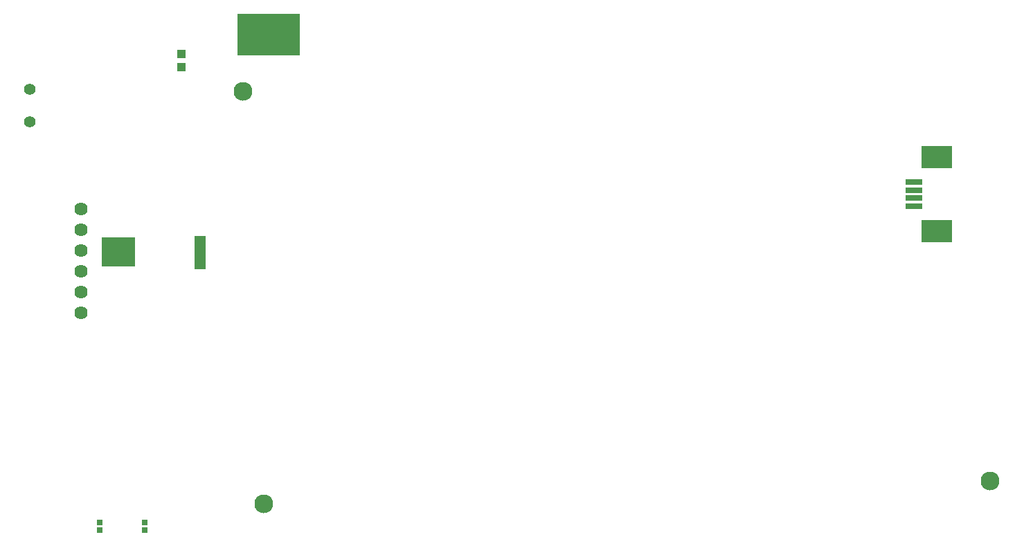
<source format=gbs>
G04 #@! TF.FileFunction,Soldermask,Bot*
%FSLAX46Y46*%
G04 Gerber Fmt 4.6, Leading zero omitted, Abs format (unit mm)*
G04 Created by KiCad (PCBNEW 4.0.1-3.201512221402+6198~38~ubuntu14.04.1-stable) date Mon 18 Jan 2016 08:14:31 PM CET*
%MOMM*%
G01*
G04 APERTURE LIST*
%ADD10C,0.100000*%
%ADD11C,1.624000*%
%ADD12C,2.300000*%
%ADD13R,0.720000X0.720000*%
%ADD14R,1.100000X1.050000*%
%ADD15C,1.400000*%
%ADD16R,1.450000X4.100000*%
%ADD17R,4.060000X3.660000*%
%ADD18R,7.720000X5.180000*%
%ADD19R,3.700000X2.780000*%
%ADD20R,2.100000X0.710000*%
G04 APERTURE END LIST*
D10*
D11*
X92700000Y-84150000D03*
X92700000Y-86690000D03*
X92700000Y-89230000D03*
X92700000Y-91770000D03*
X92700000Y-94310000D03*
X92700000Y-96850000D03*
D12*
X203900000Y-117400000D03*
X115050000Y-120200000D03*
X112550000Y-69750000D03*
D13*
X100500000Y-122550000D03*
X100500000Y-123450000D03*
X95000000Y-122550000D03*
X95000000Y-123450000D03*
D14*
X105000000Y-65200000D03*
X105000000Y-66800000D03*
D15*
X86500000Y-69500000D03*
X86500000Y-73500000D03*
D16*
X107275000Y-89500000D03*
D17*
X97300000Y-89420000D03*
D18*
X115700000Y-62800000D03*
D19*
X197400000Y-86840000D03*
D20*
X194600000Y-80850000D03*
X194600000Y-81850000D03*
X194600000Y-82850000D03*
X194600000Y-83850000D03*
D19*
X197400000Y-77860000D03*
M02*

</source>
